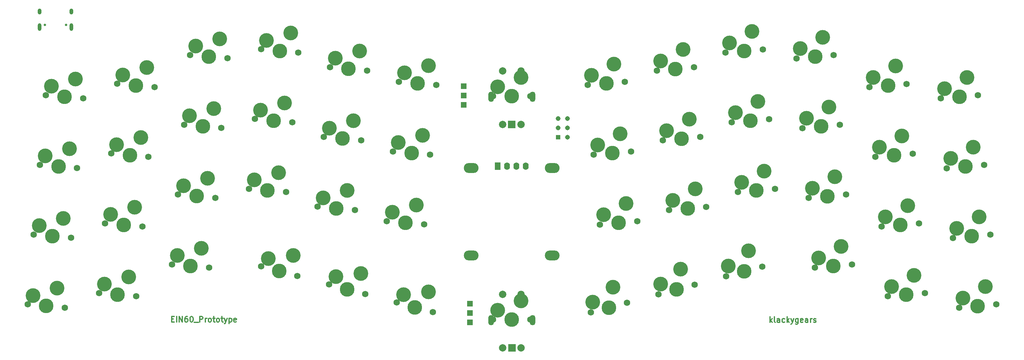
<source format=gbr>
%TF.GenerationSoftware,KiCad,Pcbnew,(5.1.8)-1*%
%TF.CreationDate,2021-02-22T23:32:27-05:00*%
%TF.ProjectId,ergo_60_case,6572676f-5f36-4305-9f63-6173652e6b69,rev?*%
%TF.SameCoordinates,Original*%
%TF.FileFunction,Soldermask,Top*%
%TF.FilePolarity,Negative*%
%FSLAX46Y46*%
G04 Gerber Fmt 4.6, Leading zero omitted, Abs format (unit mm)*
G04 Created by KiCad (PCBNEW (5.1.8)-1) date 2021-02-22 23:32:27*
%MOMM*%
%LPD*%
G01*
G04 APERTURE LIST*
%ADD10C,0.300000*%
%ADD11O,1.000000X1.600000*%
%ADD12O,1.000000X2.100000*%
%ADD13C,0.650000*%
%ADD14R,1.524000X1.524000*%
%ADD15O,1.600000X2.000000*%
%ADD16R,1.600000X2.000000*%
%ADD17O,4.000000X2.700000*%
%ADD18R,2.000000X2.000000*%
%ADD19C,2.000000*%
%ADD20O,1.500000X2.800000*%
%ADD21O,2.000000X4.000000*%
%ADD22C,1.750000*%
%ADD23O,4.000000X4.000000*%
%ADD24C,3.987800*%
%ADD25C,4.000000*%
%ADD26R,1.308000X1.308000*%
%ADD27C,1.308000*%
G04 APERTURE END LIST*
D10*
X276165714Y-162088571D02*
X276165714Y-160588571D01*
X276308571Y-161517142D02*
X276737142Y-162088571D01*
X276737142Y-161088571D02*
X276165714Y-161660000D01*
X277594285Y-162088571D02*
X277451428Y-162017142D01*
X277380000Y-161874285D01*
X277380000Y-160588571D01*
X278808571Y-162088571D02*
X278808571Y-161302857D01*
X278737142Y-161160000D01*
X278594285Y-161088571D01*
X278308571Y-161088571D01*
X278165714Y-161160000D01*
X278808571Y-162017142D02*
X278665714Y-162088571D01*
X278308571Y-162088571D01*
X278165714Y-162017142D01*
X278094285Y-161874285D01*
X278094285Y-161731428D01*
X278165714Y-161588571D01*
X278308571Y-161517142D01*
X278665714Y-161517142D01*
X278808571Y-161445714D01*
X280165714Y-162017142D02*
X280022857Y-162088571D01*
X279737142Y-162088571D01*
X279594285Y-162017142D01*
X279522857Y-161945714D01*
X279451428Y-161802857D01*
X279451428Y-161374285D01*
X279522857Y-161231428D01*
X279594285Y-161160000D01*
X279737142Y-161088571D01*
X280022857Y-161088571D01*
X280165714Y-161160000D01*
X280808571Y-162088571D02*
X280808571Y-160588571D01*
X280951428Y-161517142D02*
X281380000Y-162088571D01*
X281380000Y-161088571D02*
X280808571Y-161660000D01*
X281880000Y-161088571D02*
X282237142Y-162088571D01*
X282594285Y-161088571D02*
X282237142Y-162088571D01*
X282094285Y-162445714D01*
X282022857Y-162517142D01*
X281880000Y-162588571D01*
X283808571Y-161088571D02*
X283808571Y-162302857D01*
X283737142Y-162445714D01*
X283665714Y-162517142D01*
X283522857Y-162588571D01*
X283308571Y-162588571D01*
X283165714Y-162517142D01*
X283808571Y-162017142D02*
X283665714Y-162088571D01*
X283380000Y-162088571D01*
X283237142Y-162017142D01*
X283165714Y-161945714D01*
X283094285Y-161802857D01*
X283094285Y-161374285D01*
X283165714Y-161231428D01*
X283237142Y-161160000D01*
X283380000Y-161088571D01*
X283665714Y-161088571D01*
X283808571Y-161160000D01*
X285094285Y-162017142D02*
X284951428Y-162088571D01*
X284665714Y-162088571D01*
X284522857Y-162017142D01*
X284451428Y-161874285D01*
X284451428Y-161302857D01*
X284522857Y-161160000D01*
X284665714Y-161088571D01*
X284951428Y-161088571D01*
X285094285Y-161160000D01*
X285165714Y-161302857D01*
X285165714Y-161445714D01*
X284451428Y-161588571D01*
X286451428Y-162088571D02*
X286451428Y-161302857D01*
X286380000Y-161160000D01*
X286237142Y-161088571D01*
X285951428Y-161088571D01*
X285808571Y-161160000D01*
X286451428Y-162017142D02*
X286308571Y-162088571D01*
X285951428Y-162088571D01*
X285808571Y-162017142D01*
X285737142Y-161874285D01*
X285737142Y-161731428D01*
X285808571Y-161588571D01*
X285951428Y-161517142D01*
X286308571Y-161517142D01*
X286451428Y-161445714D01*
X287165714Y-162088571D02*
X287165714Y-161088571D01*
X287165714Y-161374285D02*
X287237142Y-161231428D01*
X287308571Y-161160000D01*
X287451428Y-161088571D01*
X287594285Y-161088571D01*
X288022857Y-162017142D02*
X288165714Y-162088571D01*
X288451428Y-162088571D01*
X288594285Y-162017142D01*
X288665714Y-161874285D01*
X288665714Y-161802857D01*
X288594285Y-161660000D01*
X288451428Y-161588571D01*
X288237142Y-161588571D01*
X288094285Y-161517142D01*
X288022857Y-161374285D01*
X288022857Y-161302857D01*
X288094285Y-161160000D01*
X288237142Y-161088571D01*
X288451428Y-161088571D01*
X288594285Y-161160000D01*
X113584285Y-161182857D02*
X114084285Y-161182857D01*
X114298571Y-161968571D02*
X113584285Y-161968571D01*
X113584285Y-160468571D01*
X114298571Y-160468571D01*
X114941428Y-161968571D02*
X114941428Y-160468571D01*
X115655714Y-161968571D02*
X115655714Y-160468571D01*
X116512857Y-161968571D01*
X116512857Y-160468571D01*
X117870000Y-160468571D02*
X117584285Y-160468571D01*
X117441428Y-160540000D01*
X117370000Y-160611428D01*
X117227142Y-160825714D01*
X117155714Y-161111428D01*
X117155714Y-161682857D01*
X117227142Y-161825714D01*
X117298571Y-161897142D01*
X117441428Y-161968571D01*
X117727142Y-161968571D01*
X117870000Y-161897142D01*
X117941428Y-161825714D01*
X118012857Y-161682857D01*
X118012857Y-161325714D01*
X117941428Y-161182857D01*
X117870000Y-161111428D01*
X117727142Y-161040000D01*
X117441428Y-161040000D01*
X117298571Y-161111428D01*
X117227142Y-161182857D01*
X117155714Y-161325714D01*
X118941428Y-160468571D02*
X119084285Y-160468571D01*
X119227142Y-160540000D01*
X119298571Y-160611428D01*
X119370000Y-160754285D01*
X119441428Y-161040000D01*
X119441428Y-161397142D01*
X119370000Y-161682857D01*
X119298571Y-161825714D01*
X119227142Y-161897142D01*
X119084285Y-161968571D01*
X118941428Y-161968571D01*
X118798571Y-161897142D01*
X118727142Y-161825714D01*
X118655714Y-161682857D01*
X118584285Y-161397142D01*
X118584285Y-161040000D01*
X118655714Y-160754285D01*
X118727142Y-160611428D01*
X118798571Y-160540000D01*
X118941428Y-160468571D01*
X119727142Y-162111428D02*
X120870000Y-162111428D01*
X121227142Y-161968571D02*
X121227142Y-160468571D01*
X121798571Y-160468571D01*
X121941428Y-160540000D01*
X122012857Y-160611428D01*
X122084285Y-160754285D01*
X122084285Y-160968571D01*
X122012857Y-161111428D01*
X121941428Y-161182857D01*
X121798571Y-161254285D01*
X121227142Y-161254285D01*
X122727142Y-161968571D02*
X122727142Y-160968571D01*
X122727142Y-161254285D02*
X122798571Y-161111428D01*
X122870000Y-161040000D01*
X123012857Y-160968571D01*
X123155714Y-160968571D01*
X123870000Y-161968571D02*
X123727142Y-161897142D01*
X123655714Y-161825714D01*
X123584285Y-161682857D01*
X123584285Y-161254285D01*
X123655714Y-161111428D01*
X123727142Y-161040000D01*
X123870000Y-160968571D01*
X124084285Y-160968571D01*
X124227142Y-161040000D01*
X124298571Y-161111428D01*
X124370000Y-161254285D01*
X124370000Y-161682857D01*
X124298571Y-161825714D01*
X124227142Y-161897142D01*
X124084285Y-161968571D01*
X123870000Y-161968571D01*
X124798571Y-160968571D02*
X125370000Y-160968571D01*
X125012857Y-160468571D02*
X125012857Y-161754285D01*
X125084285Y-161897142D01*
X125227142Y-161968571D01*
X125370000Y-161968571D01*
X126084285Y-161968571D02*
X125941428Y-161897142D01*
X125870000Y-161825714D01*
X125798571Y-161682857D01*
X125798571Y-161254285D01*
X125870000Y-161111428D01*
X125941428Y-161040000D01*
X126084285Y-160968571D01*
X126298571Y-160968571D01*
X126441428Y-161040000D01*
X126512857Y-161111428D01*
X126584285Y-161254285D01*
X126584285Y-161682857D01*
X126512857Y-161825714D01*
X126441428Y-161897142D01*
X126298571Y-161968571D01*
X126084285Y-161968571D01*
X127012857Y-160968571D02*
X127584285Y-160968571D01*
X127227142Y-160468571D02*
X127227142Y-161754285D01*
X127298571Y-161897142D01*
X127441428Y-161968571D01*
X127584285Y-161968571D01*
X127941428Y-160968571D02*
X128298571Y-161968571D01*
X128655714Y-160968571D02*
X128298571Y-161968571D01*
X128155714Y-162325714D01*
X128084285Y-162397142D01*
X127941428Y-162468571D01*
X129227142Y-160968571D02*
X129227142Y-162468571D01*
X129227142Y-161040000D02*
X129370000Y-160968571D01*
X129655714Y-160968571D01*
X129798571Y-161040000D01*
X129870000Y-161111428D01*
X129941428Y-161254285D01*
X129941428Y-161682857D01*
X129870000Y-161825714D01*
X129798571Y-161897142D01*
X129655714Y-161968571D01*
X129370000Y-161968571D01*
X129227142Y-161897142D01*
X131155714Y-161897142D02*
X131012857Y-161968571D01*
X130727142Y-161968571D01*
X130584285Y-161897142D01*
X130512857Y-161754285D01*
X130512857Y-161182857D01*
X130584285Y-161040000D01*
X130727142Y-160968571D01*
X131012857Y-160968571D01*
X131155714Y-161040000D01*
X131227142Y-161182857D01*
X131227142Y-161325714D01*
X130512857Y-161468571D01*
D11*
%TO.C,USB1*%
X86380000Y-77530000D03*
X77740000Y-77530000D03*
D12*
X86380000Y-81710000D03*
X77740000Y-81710000D03*
D13*
X79170000Y-81180000D03*
X84950000Y-81180000D03*
%TD*%
D14*
%TO.C,LED3*%
X194620000Y-162080000D03*
X194620000Y-159540000D03*
X194620000Y-157000000D03*
%TD*%
%TO.C,LED1*%
X192970000Y-102880000D03*
X192970000Y-100340000D03*
X192970000Y-97800000D03*
%TD*%
D15*
%TO.C,U2*%
X204730000Y-119570000D03*
D16*
X202190000Y-119570000D03*
D15*
X207270000Y-119570000D03*
X209810000Y-119570000D03*
D17*
X195000000Y-120100000D03*
X217000000Y-120100000D03*
X217000000Y-143900000D03*
X195000000Y-143900000D03*
%TD*%
D18*
%TO.C,MX_ec11_7*%
X206030000Y-108200000D03*
D19*
X203530000Y-93700000D03*
D20*
X200430000Y-100700000D03*
D21*
X208530000Y-94700000D03*
D19*
X208530000Y-108200000D03*
X203530000Y-108200000D03*
D20*
X211630000Y-100700000D03*
D22*
X211100000Y-100560000D03*
X200940000Y-100560000D03*
D23*
X202210000Y-98020000D03*
D24*
X206020000Y-100560000D03*
D25*
X208560000Y-95480000D03*
%TD*%
D18*
%TO.C,MX_ec11_46*%
X206040000Y-169000000D03*
D19*
X203540000Y-154500000D03*
D20*
X200440000Y-161500000D03*
D21*
X208540000Y-155500000D03*
D19*
X208540000Y-169000000D03*
X203540000Y-169000000D03*
D20*
X211640000Y-161500000D03*
D22*
X211110000Y-161360000D03*
X200950000Y-161360000D03*
D23*
X202220000Y-158820000D03*
D24*
X206030000Y-161360000D03*
D25*
X208570000Y-156280000D03*
%TD*%
%TO.C,MX52*%
X334696690Y-152371949D03*
D24*
X332609107Y-157653994D03*
D25*
X328592230Y-155455723D03*
D22*
X327548438Y-158096745D03*
X337669776Y-157211243D03*
%TD*%
D25*
%TO.C,MX51*%
X315304057Y-149287391D03*
D24*
X313216474Y-154569436D03*
D25*
X309199597Y-152371165D03*
D22*
X308155805Y-155012187D03*
X318277143Y-154126685D03*
%TD*%
D25*
%TO.C,MX50*%
X295496391Y-141458953D03*
D24*
X293408808Y-146740998D03*
D25*
X289391931Y-144542727D03*
D22*
X288348139Y-147183749D03*
X298469477Y-146298247D03*
%TD*%
D25*
%TO.C,MX49*%
X270313532Y-142654875D03*
D24*
X269174881Y-148219179D03*
D25*
X264837303Y-146751828D03*
D22*
X264267978Y-149533980D03*
X274081784Y-146904378D03*
%TD*%
D25*
%TO.C,MX48*%
X251912645Y-147585379D03*
D24*
X250773994Y-153149683D03*
D25*
X246436416Y-151682332D03*
D22*
X245867091Y-154464484D03*
X255680897Y-151834882D03*
%TD*%
D25*
%TO.C,MX47*%
X233511758Y-152515881D03*
D24*
X232373107Y-158080185D03*
D25*
X228035529Y-156612834D03*
D22*
X227466204Y-159394986D03*
X237280010Y-156765384D03*
%TD*%
D25*
%TO.C,MX45*%
X183421838Y-153765434D03*
D24*
X179653586Y-158014937D03*
D25*
X176630809Y-154575385D03*
D22*
X174746683Y-156700136D03*
X184560489Y-159329738D03*
%TD*%
D25*
%TO.C,MX44*%
X165020949Y-148834932D03*
D24*
X161252697Y-153084435D03*
D25*
X158229920Y-149644883D03*
D22*
X156345794Y-151769634D03*
X166159600Y-154399236D03*
%TD*%
D25*
%TO.C,MX43*%
X146620062Y-143904430D03*
D24*
X142851810Y-148153933D03*
D25*
X139829033Y-144714381D03*
D22*
X137944907Y-146839132D03*
X147758713Y-149468734D03*
%TD*%
D25*
%TO.C,MX42*%
X121702824Y-141911456D03*
D24*
X118729738Y-146750749D03*
D25*
X115155612Y-143888351D03*
D22*
X113669069Y-146307998D03*
X123790407Y-147193500D03*
%TD*%
D25*
%TO.C,MX41*%
X101897770Y-149710006D03*
D24*
X98924684Y-154549299D03*
D25*
X95350558Y-151686901D03*
D22*
X93864015Y-154106548D03*
X103985353Y-154992050D03*
%TD*%
D25*
%TO.C,MX40*%
X82505137Y-152794566D03*
D24*
X79532051Y-157633859D03*
D25*
X75957925Y-154771461D03*
D22*
X74471382Y-157191108D03*
X84592720Y-158076610D03*
%TD*%
D25*
%TO.C,MX39*%
X333036372Y-133394440D03*
D24*
X330948789Y-138676485D03*
D25*
X326931912Y-136478214D03*
D22*
X325888120Y-139119236D03*
X336009458Y-138233734D03*
%TD*%
D25*
%TO.C,MX38*%
X313643739Y-130309882D03*
D24*
X311556156Y-135591927D03*
D25*
X307539279Y-133393656D03*
D22*
X306495487Y-136034678D03*
X316616825Y-135149176D03*
%TD*%
D25*
%TO.C,MX37*%
X293836074Y-122481444D03*
D24*
X291748491Y-127763489D03*
D25*
X287731614Y-125565218D03*
D22*
X286687822Y-128206240D03*
X296809160Y-127320738D03*
%TD*%
D25*
%TO.C,MX36*%
X274576267Y-120915086D03*
D24*
X272488684Y-126197131D03*
D25*
X268471807Y-123998860D03*
D22*
X267428015Y-126639882D03*
X277549353Y-125754380D03*
%TD*%
D25*
%TO.C,MX35*%
X255881056Y-125802077D03*
D24*
X253793473Y-131084122D03*
D25*
X249776596Y-128885851D03*
D22*
X248732804Y-131526873D03*
X258854142Y-130641371D03*
%TD*%
D25*
%TO.C,MX34*%
X237102785Y-129739696D03*
D24*
X235015202Y-135021741D03*
D25*
X230998325Y-132823470D03*
D22*
X229954533Y-135464492D03*
X240075871Y-134578990D03*
%TD*%
D25*
%TO.C,MX32*%
X180099046Y-130162313D03*
D24*
X177125960Y-135001606D03*
D25*
X173551834Y-132139208D03*
D22*
X172065291Y-134558855D03*
X182186629Y-135444357D03*
%TD*%
D25*
%TO.C,MX31*%
X161320774Y-126224693D03*
D24*
X158347688Y-131063986D03*
D25*
X154773562Y-128201588D03*
D22*
X153287019Y-130621235D03*
X163408357Y-131506737D03*
%TD*%
D25*
%TO.C,MX30*%
X142625562Y-121337703D03*
D24*
X139652476Y-126176996D03*
D25*
X136078350Y-123314598D03*
D22*
X134591807Y-125734245D03*
X144713145Y-126619747D03*
%TD*%
D25*
%TO.C,MX29*%
X123365756Y-122904061D03*
D24*
X120392670Y-127743354D03*
D25*
X116818544Y-124880956D03*
D22*
X115332001Y-127300603D03*
X125453339Y-128186105D03*
%TD*%
D25*
%TO.C,MX28*%
X103558088Y-130732498D03*
D24*
X100585002Y-135571791D03*
D25*
X97010876Y-132709393D03*
D22*
X95524333Y-135129040D03*
X105645671Y-136014542D03*
%TD*%
D25*
%TO.C,MX27*%
X84165455Y-133817057D03*
D24*
X81192369Y-138656350D03*
D25*
X77618243Y-135793952D03*
D22*
X76131700Y-138213599D03*
X86253038Y-139099101D03*
%TD*%
D25*
%TO.C,MX26*%
X331376056Y-114416930D03*
D24*
X329288473Y-119698975D03*
D25*
X325271596Y-117500704D03*
D22*
X324227804Y-120141726D03*
X334349142Y-119256224D03*
%TD*%
D25*
%TO.C,MX25*%
X311983424Y-111332373D03*
D24*
X309895841Y-116614418D03*
D25*
X305878964Y-114416147D03*
D22*
X304835172Y-117057169D03*
X314956510Y-116171667D03*
%TD*%
D25*
%TO.C,MX24*%
X292175757Y-103503935D03*
D24*
X290088174Y-108785980D03*
D25*
X286071297Y-106587709D03*
D22*
X285027505Y-109228731D03*
X295148843Y-108343229D03*
%TD*%
D25*
%TO.C,MX23*%
X272915950Y-101937577D03*
D24*
X270828367Y-107219622D03*
D25*
X266811490Y-105021351D03*
D22*
X265767698Y-107662373D03*
X275889036Y-106776871D03*
%TD*%
D25*
%TO.C,MX22*%
X254220739Y-106824568D03*
D24*
X252133156Y-112106613D03*
D25*
X248116279Y-109908342D03*
D22*
X247072487Y-112549364D03*
X257193825Y-111663862D03*
%TD*%
D25*
%TO.C,MX21*%
X235442468Y-110762187D03*
D24*
X233354885Y-116044232D03*
D25*
X229338008Y-113845961D03*
D22*
X228294216Y-116486983D03*
X238415554Y-115601481D03*
%TD*%
D25*
%TO.C,MX19*%
X181759362Y-111184802D03*
D24*
X178786276Y-116024095D03*
D25*
X175212150Y-113161697D03*
D22*
X173725607Y-115581344D03*
X183846945Y-116466846D03*
%TD*%
D25*
%TO.C,MX18*%
X162981091Y-107247184D03*
D24*
X160008005Y-112086477D03*
D25*
X156433879Y-109224079D03*
D22*
X154947336Y-111643726D03*
X165068674Y-112529228D03*
%TD*%
D25*
%TO.C,MX17*%
X144285878Y-102360194D03*
D24*
X141312792Y-107199487D03*
D25*
X137738666Y-104337089D03*
D22*
X136252123Y-106756736D03*
X146373461Y-107642238D03*
%TD*%
D25*
%TO.C,MX16*%
X125026073Y-103926552D03*
D24*
X122052987Y-108765845D03*
D25*
X118478861Y-105903447D03*
D22*
X116992318Y-108323094D03*
X127113656Y-109208596D03*
%TD*%
D25*
%TO.C,MX15*%
X105218404Y-111754988D03*
D24*
X102245318Y-116594281D03*
D25*
X98671192Y-113731883D03*
D22*
X97184649Y-116151530D03*
X107305987Y-117037032D03*
%TD*%
D25*
%TO.C,MX14*%
X85825773Y-114839548D03*
D24*
X82852687Y-119678841D03*
D25*
X79278561Y-116816443D03*
D22*
X77792018Y-119236090D03*
X87913356Y-120121592D03*
%TD*%
D25*
%TO.C,MX13*%
X329715737Y-95439422D03*
D24*
X327628154Y-100721467D03*
D25*
X323611277Y-98523196D03*
D22*
X322567485Y-101164218D03*
X332688823Y-100278716D03*
%TD*%
D25*
%TO.C,MX12*%
X310323107Y-92354864D03*
D24*
X308235524Y-97636909D03*
D25*
X304218647Y-95438638D03*
D22*
X303174855Y-98079660D03*
X313296193Y-97194158D03*
%TD*%
D25*
%TO.C,MX11*%
X290515439Y-84526426D03*
D24*
X288427856Y-89808471D03*
D25*
X284410979Y-87610200D03*
D22*
X283367187Y-90251222D03*
X293488525Y-89365720D03*
%TD*%
D25*
%TO.C,MX10*%
X271255632Y-82960069D03*
D24*
X269168049Y-88242114D03*
D25*
X265151172Y-86043843D03*
D22*
X264107380Y-88684865D03*
X274228718Y-87799363D03*
%TD*%
D25*
%TO.C,MX9*%
X252560421Y-87847060D03*
D24*
X250472838Y-93129105D03*
D25*
X246455961Y-90930834D03*
D22*
X245412169Y-93571856D03*
X255533507Y-92686354D03*
%TD*%
D25*
%TO.C,MX8*%
X233782150Y-91784678D03*
D24*
X231694567Y-97066723D03*
D25*
X227677690Y-94868452D03*
D22*
X226633898Y-97509474D03*
X236755236Y-96623972D03*
%TD*%
D25*
%TO.C,MX6*%
X183419677Y-92207293D03*
D24*
X180446591Y-97046586D03*
D25*
X176872465Y-94184188D03*
D22*
X175385922Y-96603835D03*
X185507260Y-97489337D03*
%TD*%
D25*
%TO.C,MX5*%
X164641407Y-88269675D03*
D24*
X161668321Y-93108968D03*
D25*
X158094195Y-90246570D03*
D22*
X156607652Y-92666217D03*
X166728990Y-93551719D03*
%TD*%
D25*
%TO.C,MX4*%
X145946195Y-83382685D03*
D24*
X142973109Y-88221978D03*
D25*
X139398983Y-85359580D03*
D22*
X137912440Y-87779227D03*
X148033778Y-88664729D03*
%TD*%
D25*
%TO.C,MX3*%
X126686388Y-84949043D03*
D24*
X123713302Y-89788336D03*
D25*
X120139176Y-86925938D03*
D22*
X118652633Y-89345585D03*
X128773971Y-90231087D03*
%TD*%
D25*
%TO.C,MX2*%
X106878721Y-92777479D03*
D24*
X103905635Y-97616772D03*
D25*
X100331509Y-94754374D03*
D22*
X98844966Y-97174021D03*
X108966304Y-98059523D03*
%TD*%
D25*
%TO.C,MX1*%
X87486090Y-95862039D03*
D24*
X84513004Y-100701332D03*
D25*
X80938878Y-97838934D03*
D22*
X79452335Y-100258581D03*
X89573673Y-101144083D03*
%TD*%
D26*
%TO.C,U4*%
X218600000Y-111700000D03*
D27*
X221140000Y-111700000D03*
X221140000Y-106620000D03*
X218600000Y-106620000D03*
X221140000Y-109160000D03*
X218600000Y-109160000D03*
%TD*%
M02*

</source>
